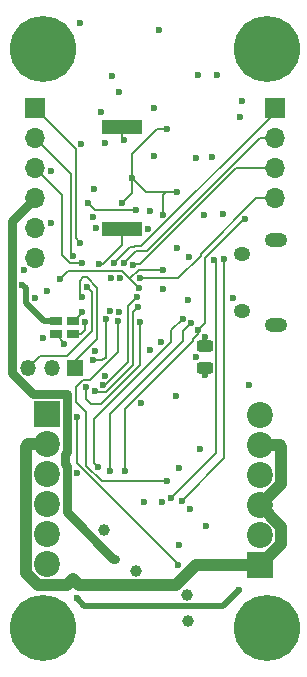
<source format=gbr>
%TF.GenerationSoftware,KiCad,Pcbnew,(7.0.0)*%
%TF.CreationDate,2023-12-17T22:30:30-08:00*%
%TF.ProjectId,Lyrav3,4c797261-7633-42e6-9b69-6361645f7063,rev?*%
%TF.SameCoordinates,Original*%
%TF.FileFunction,Copper,L1,Top*%
%TF.FilePolarity,Positive*%
%FSLAX46Y46*%
G04 Gerber Fmt 4.6, Leading zero omitted, Abs format (unit mm)*
G04 Created by KiCad (PCBNEW (7.0.0)) date 2023-12-17 22:30:30*
%MOMM*%
%LPD*%
G01*
G04 APERTURE LIST*
G04 Aperture macros list*
%AMRoundRect*
0 Rectangle with rounded corners*
0 $1 Rounding radius*
0 $2 $3 $4 $5 $6 $7 $8 $9 X,Y pos of 4 corners*
0 Add a 4 corners polygon primitive as box body*
4,1,4,$2,$3,$4,$5,$6,$7,$8,$9,$2,$3,0*
0 Add four circle primitives for the rounded corners*
1,1,$1+$1,$2,$3*
1,1,$1+$1,$4,$5*
1,1,$1+$1,$6,$7*
1,1,$1+$1,$8,$9*
0 Add four rect primitives between the rounded corners*
20,1,$1+$1,$2,$3,$4,$5,0*
20,1,$1+$1,$4,$5,$6,$7,0*
20,1,$1+$1,$6,$7,$8,$9,0*
20,1,$1+$1,$8,$9,$2,$3,0*%
G04 Aperture macros list end*
%TA.AperFunction,SMDPad,CuDef*%
%ADD10R,3.400000X1.300000*%
%TD*%
%TA.AperFunction,SMDPad,CuDef*%
%ADD11RoundRect,0.243750X0.456250X-0.243750X0.456250X0.243750X-0.456250X0.243750X-0.456250X-0.243750X0*%
%TD*%
%TA.AperFunction,ComponentPad*%
%ADD12C,5.600000*%
%TD*%
%TA.AperFunction,ComponentPad*%
%ADD13R,1.700000X1.700000*%
%TD*%
%TA.AperFunction,ComponentPad*%
%ADD14O,1.700000X1.700000*%
%TD*%
%TA.AperFunction,SMDPad,CuDef*%
%ADD15R,1.000000X0.800000*%
%TD*%
%TA.AperFunction,ComponentPad*%
%ADD16R,2.200000X2.200000*%
%TD*%
%TA.AperFunction,ComponentPad*%
%ADD17C,2.200000*%
%TD*%
%TA.AperFunction,ComponentPad*%
%ADD18R,1.350000X1.350000*%
%TD*%
%TA.AperFunction,ComponentPad*%
%ADD19O,1.350000X1.350000*%
%TD*%
%TA.AperFunction,ComponentPad*%
%ADD20O,1.400000X1.200000*%
%TD*%
%TA.AperFunction,ComponentPad*%
%ADD21O,1.900000X1.200000*%
%TD*%
%TA.AperFunction,ViaPad*%
%ADD22C,0.600000*%
%TD*%
%TA.AperFunction,ViaPad*%
%ADD23C,0.700000*%
%TD*%
%TA.AperFunction,ViaPad*%
%ADD24C,1.000000*%
%TD*%
%TA.AperFunction,Conductor*%
%ADD25C,0.200000*%
%TD*%
%TA.AperFunction,Conductor*%
%ADD26C,0.750000*%
%TD*%
%TA.AperFunction,Conductor*%
%ADD27C,0.300000*%
%TD*%
%TA.AperFunction,Conductor*%
%ADD28C,1.000000*%
%TD*%
%TA.AperFunction,Conductor*%
%ADD29C,0.500000*%
%TD*%
G04 APERTURE END LIST*
D10*
%TO.P,LS1,2,-*%
%TO.N,GND*%
X9693999Y45428999D03*
%TO.P,LS1,1,+*%
%TO.N,/BUZZER*%
X9693999Y36728999D03*
%TD*%
D11*
%TO.P,D2,1,K*%
%TO.N,GND*%
X16704400Y24996500D03*
%TO.P,D2,2,A*%
%TO.N,Net-(D2-A)*%
X16704400Y26871500D03*
%TD*%
D12*
%TO.P,H3,1,1*%
%TO.N,GND*%
X3000000Y3000000D03*
%TD*%
D13*
%TO.P,J8,1,Pin_1*%
%TO.N,/BRKOUT1*%
X22647999Y47015999D03*
D14*
%TO.P,J8,2,Pin_2*%
%TO.N,/BRKOUT2*%
X22647999Y44475999D03*
%TO.P,J8,3,Pin_3*%
%TO.N,/BRKOUT3*%
X22647999Y41935999D03*
%TO.P,J8,4,Pin_4*%
%TO.N,/BRKOUT4*%
X22647999Y39395999D03*
%TD*%
D12*
%TO.P,H1,1,1*%
%TO.N,GND*%
X3000000Y52000000D03*
%TD*%
%TO.P,H2,1,1*%
%TO.N,GND*%
X22000000Y52000000D03*
%TD*%
D15*
%TO.P,D4,1,A*%
%TO.N,Net-(D4-A)*%
X4078899Y28980199D03*
%TO.P,D4,2,RK*%
%TO.N,/LEDRED*%
X4078899Y27880199D03*
%TO.P,D4,3,GK*%
%TO.N,/LEDGREEN*%
X5578899Y27880199D03*
%TO.P,D4,4,BK*%
%TO.N,/LEDBLUE*%
X5578899Y28980199D03*
%TD*%
D12*
%TO.P,H4,1,1*%
%TO.N,GND*%
X22000000Y3000000D03*
%TD*%
D16*
%TO.P,J2,1,Pin_1*%
%TO.N,/P4-*%
X3343999Y21107999D03*
D17*
%TO.P,J2,2,Pin_2*%
%TO.N,+12P*%
X3344000Y18568000D03*
%TO.P,J2,3,Pin_3*%
%TO.N,+12V*%
X3344000Y16028000D03*
%TO.P,J2,4,Pin_4*%
%TO.N,+BATT*%
X3344000Y13488000D03*
%TO.P,J2,5,Pin_5*%
%TO.N,GND*%
X3344000Y10948000D03*
%TO.P,J2,6,Pin_6*%
%TO.N,+BATT*%
X3344000Y8408000D03*
%TD*%
D16*
%TO.P,J9,1,Pin_1*%
%TO.N,+12P*%
X21377999Y8280999D03*
D17*
%TO.P,J9,2,Pin_2*%
%TO.N,/P1-*%
X21378000Y10821000D03*
%TO.P,J9,3,Pin_3*%
%TO.N,+12P*%
X21378000Y13361000D03*
%TO.P,J9,4,Pin_4*%
%TO.N,/P2-*%
X21378000Y15901000D03*
%TO.P,J9,5,Pin_5*%
%TO.N,+12P*%
X21378000Y18441000D03*
%TO.P,J9,6,Pin_6*%
%TO.N,/P3-*%
X21378000Y20981000D03*
%TD*%
D13*
%TO.P,J6,1,Pin_1*%
%TO.N,/BRKOUT7*%
X2327999Y47025999D03*
D14*
%TO.P,J6,2,Pin_2*%
%TO.N,/BRKOUT6*%
X2327999Y44485999D03*
%TO.P,J6,3,Pin_3*%
%TO.N,/BRKOUT5*%
X2327999Y41945999D03*
%TO.P,J6,4,Pin_4*%
%TO.N,+12VA*%
X2327999Y39405999D03*
%TO.P,J6,5,Pin_5*%
%TO.N,+3V3*%
X2327999Y36865999D03*
%TO.P,J6,6,Pin_6*%
%TO.N,GND*%
X2327999Y34325999D03*
%TD*%
D18*
%TO.P,J5,1,Pin_1*%
%TO.N,/SWCLK*%
X5750399Y24994199D03*
D19*
%TO.P,J5,2,Pin_2*%
%TO.N,GND*%
X3750399Y24994199D03*
%TO.P,J5,3,Pin_3*%
%TO.N,/SWD*%
X1750399Y24994199D03*
%TD*%
D20*
%TO.P,J7,6,Shield*%
%TO.N,unconnected-(J7-Shield-Pad6)*%
X19826399Y29838599D03*
%TO.P,J7,7*%
%TO.N,N/C*%
X19826399Y34678599D03*
D21*
%TO.P,J7,8*%
X22726399Y35858599D03*
%TO.P,J7,9*%
X22726399Y28658599D03*
%TD*%
D22*
%TO.N,/BATT SENSE *%
X6849200Y38964200D03*
X10913200Y38354600D03*
%TO.N,/SWD*%
X6718098Y31852200D03*
%TO.N,/SWCLK*%
X6341200Y31039400D03*
%TO.N,+1V1*%
X4451610Y32524436D03*
X13199200Y33325400D03*
X11156011Y31797270D03*
%TO.N,/QSPI_SS*%
X20108000Y37592600D03*
%TO.N,/I2C1 SDA*%
X13148400Y37948200D03*
X17493683Y34181260D03*
%TO.N,/I2C1 SCL*%
X18380800Y34239800D03*
%TO.N,/P1 EN *%
X5934800Y20879400D03*
X7222569Y25683528D03*
X8328977Y29122807D03*
%TO.N,/P2 EN *%
X9338400Y28956600D03*
X13554800Y15393000D03*
%TO.N,/QSPI_SS*%
X9948000Y16256600D03*
X16145600Y28194600D03*
%TO.N,/QSPI_SD1*%
X8678000Y16256600D03*
X15553968Y28796481D03*
%TO.N,/QSPI_SD2*%
X7649483Y16615120D03*
X14839587Y29155457D03*
%TO.N,/QSPI_SDO*%
X11218000Y28905800D03*
X6664728Y23385899D03*
%TO.N,/QSPI_SCLK*%
X11063903Y30195362D03*
X7457081Y23087491D03*
%TO.N,/QSPI_SD3*%
X8101908Y23560146D03*
X10964000Y30988598D03*
D23*
%TO.N,+12VA*%
X9084400Y8839800D03*
D22*
%TO.N,/P1 EN *%
X14418400Y8358200D03*
%TO.N,/I2C1 SCL*%
X14774000Y13767400D03*
%TO.N,/I2C1 SDA*%
X13859600Y13985500D03*
%TO.N,+3V3*%
X13130386Y13657702D03*
%TO.N,GND*%
X16806000Y11620800D03*
X14520000Y10008200D03*
%TO.N,+12V*%
X5884000Y5487000D03*
X19600000Y6198200D03*
D24*
%TO.N,+12P*%
X5599666Y7114130D03*
D22*
%TO.N,/BRKOUT5*%
X6341200Y33874100D03*
%TO.N,/BRKOUT6*%
X5596358Y34473600D03*
%TO.N,/BRKOUT7*%
X6166231Y35578405D03*
%TO.N,/BUZZER*%
X7763600Y33833400D03*
%TO.N,/BRKOUT1*%
X9032807Y33878600D03*
%TO.N,/BRKOUT2*%
X9862179Y33844330D03*
%TO.N,+3V3*%
X13148400Y31726899D03*
%TO.N,/BRKOUT3*%
X10643786Y33676116D03*
%TO.N,/BRKOUT4*%
X11268828Y32588772D03*
%TO.N,GND*%
X9846400Y44298200D03*
X9490800Y48355800D03*
%TO.N,/I2C1 SDA*%
X14373632Y39919655D03*
%TO.N,+3V3*%
X12386400Y42938800D03*
%TO.N,/I2C1 SDA*%
X9714200Y38954100D03*
X10557600Y41097800D03*
X13504000Y45212600D03*
%TO.N,GND*%
X9436414Y29750072D03*
X8663771Y29848836D03*
X9511379Y32594079D03*
X8740913Y32624300D03*
%TO.N,/LEDRED*%
X4836301Y27043568D03*
%TO.N,/LEDGREEN*%
X6578402Y28877600D03*
%TO.N,/LEDBLUE*%
X6281812Y29734355D03*
%TO.N,GND*%
X16298000Y18124000D03*
X14570800Y16535000D03*
%TO.N,+3V3*%
X15485200Y13083000D03*
X3366100Y31547400D03*
X2988400Y27540700D03*
%TO.N,GND*%
X2315500Y30887000D03*
%TO.N,Net-(D4-A)*%
X1261200Y32055400D03*
%TO.N,+3V3*%
X1420143Y33327525D03*
D24*
X15332800Y3582000D03*
D22*
%TO.N,GND*%
X11550500Y13689447D03*
X20452942Y23531658D03*
X5919094Y16084884D03*
D24*
X15172019Y5814975D03*
X10926555Y7804100D03*
X8170000Y11255100D03*
D22*
X8227176Y24349774D03*
%TO.N,+3V3*%
X11282911Y22026889D03*
%TO.N,GND*%
X14263520Y22586324D03*
%TO.N,Net-(D2-A)*%
X16709007Y27583325D03*
%TO.N,GND*%
X16755200Y24384600D03*
%TO.N,+3V3*%
X15981445Y25934000D03*
%TO.N,GND*%
X12996000Y27229400D03*
X19092000Y30887000D03*
X15257200Y30734600D03*
X15345800Y34392200D03*
X12065530Y38284848D03*
X7262885Y37788015D03*
X3659400Y37272287D03*
X7328500Y40132600D03*
%TO.N,+3V3*%
X8271600Y44025498D03*
X3684022Y41637156D03*
%TO.N,GND*%
X6241425Y43955746D03*
%TO.N,+3V3*%
X19740520Y46240480D03*
%TO.N,GND*%
X19904800Y47600200D03*
%TO.N,+3V3*%
X17771200Y49784600D03*
%TO.N,GND*%
X16145600Y49835400D03*
X12843600Y53620000D03*
%TO.N,+3V3*%
X6188800Y54204200D03*
X8830400Y49705100D03*
X7966800Y46685800D03*
%TO.N,GND*%
X12437200Y47041400D03*
%TO.N,+3V3*%
X17302789Y42848812D03*
%TO.N,GND*%
X15993200Y42786801D03*
%TO.N,+3V3*%
X16631500Y37948200D03*
%TO.N,GND*%
X18228400Y37999000D03*
%TO.N,+3V3*%
X7482866Y36847306D03*
X14396300Y35154200D03*
X11910157Y36744980D03*
X7452788Y26449168D03*
X12059500Y26518200D03*
%TD*%
D25*
%TO.N,/BATT SENSE *%
X7458800Y38354600D02*
X6849200Y38964200D01*
X10913200Y38354600D02*
X7458800Y38354600D01*
%TO.N,/I2C1 SDA*%
X10557600Y41097800D02*
X10557600Y39797500D01*
X10557600Y39797500D02*
X9714200Y38954100D01*
%TO.N,/BUZZER*%
X9694000Y35408200D02*
X9694000Y36729000D01*
X8119200Y33833400D02*
X9694000Y35408200D01*
X7763600Y33833400D02*
X8119200Y33833400D01*
%TO.N,/SWD*%
X2766400Y26010200D02*
X1750400Y24994200D01*
X7178402Y28117402D02*
X5071200Y26010200D01*
X7178402Y31391896D02*
X7178402Y28117402D01*
X6718098Y31852200D02*
X7178402Y31391896D01*
X5071200Y26010200D02*
X2766400Y26010200D01*
%TO.N,/SWCLK*%
X5750400Y25622600D02*
X5750400Y24994200D01*
X7611200Y31807627D02*
X7611200Y27483400D01*
X6392000Y32665000D02*
X6753827Y32665000D01*
X7611200Y27483400D02*
X5750400Y25622600D01*
X6118098Y32391098D02*
X6392000Y32665000D01*
X6118098Y31262502D02*
X6118098Y32391098D01*
X6341200Y31039400D02*
X6118098Y31262502D01*
X6753827Y32665000D02*
X7611200Y31807627D01*
%TO.N,+1V1*%
X5150974Y33223800D02*
X9729481Y33223800D01*
X9729481Y33223800D02*
X10405200Y32548081D01*
X4451610Y32524436D02*
X5150974Y33223800D01*
%TO.N,/BRKOUT5*%
X4664800Y39609200D02*
X4664800Y34543893D01*
X2328000Y41946000D02*
X4664800Y39609200D01*
X5334593Y33874100D02*
X6341200Y33874100D01*
X4664800Y34543893D02*
X5334593Y33874100D01*
%TO.N,+1V1*%
X10405200Y32548081D02*
X11156011Y31797270D01*
X10405200Y32589708D02*
X10405200Y32548081D01*
X11140892Y33325400D02*
X10405200Y32589708D01*
X13199200Y33325400D02*
X11140892Y33325400D01*
%TO.N,/BRKOUT1*%
X10410007Y35255800D02*
X9032807Y33878600D01*
X10708669Y35255800D02*
X10410007Y35255800D01*
X11354622Y35306600D02*
X10759469Y35306600D01*
X22648000Y46599978D02*
X11354622Y35306600D01*
%TO.N,/BRKOUT2*%
X10924948Y34907099D02*
X9862179Y33844330D01*
X21358780Y44476000D02*
X11789879Y34907099D01*
X22648000Y44476000D02*
X21358780Y44476000D01*
%TO.N,/BRKOUT3*%
X11223461Y33775701D02*
X10743371Y33775701D01*
X22648000Y41936000D02*
X19383760Y41936000D01*
X10743371Y33775701D02*
X10643786Y33676116D01*
%TO.N,/BRKOUT4*%
X16355699Y34456079D02*
X14488392Y32588772D01*
X16355699Y34688121D02*
X16355699Y34456079D01*
X21063578Y39396000D02*
X16355699Y34688121D01*
%TO.N,/BRKOUT1*%
X10759469Y35306600D02*
X10708669Y35255800D01*
%TO.N,/BRKOUT4*%
X14488392Y32588772D02*
X11268828Y32588772D01*
%TO.N,/BRKOUT1*%
X22648000Y47016000D02*
X22648000Y46599978D01*
%TO.N,/BRKOUT4*%
X22648000Y39396000D02*
X21063578Y39396000D01*
%TO.N,/BRKOUT3*%
X19383760Y41936000D02*
X11223461Y33775701D01*
%TO.N,/BRKOUT2*%
X11789879Y34907099D02*
X10924948Y34907099D01*
%TO.N,/QSPI_SCLK*%
X10618500Y29749959D02*
X11063903Y30195362D01*
X8350230Y22960646D02*
X10618500Y25228916D01*
X7583926Y22960646D02*
X8350230Y22960646D01*
X7457081Y23087491D02*
X7583926Y22960646D01*
%TO.N,/QSPI_SD3*%
X10218999Y30243597D02*
X10964000Y30988598D01*
%TO.N,/QSPI_SCLK*%
X10618500Y25228916D02*
X10618500Y29749959D01*
%TO.N,/QSPI_SD3*%
X10218999Y25493775D02*
X10218999Y30243597D01*
X8285370Y23560146D02*
X10218999Y25493775D01*
X8101908Y23560146D02*
X8285370Y23560146D01*
%TO.N,/QSPI_SDO*%
X11218000Y25263436D02*
X11218000Y28905800D01*
X7900764Y21946200D02*
X11218000Y25263436D01*
X6664728Y22333872D02*
X7052400Y21946200D01*
X6664728Y23385899D02*
X6664728Y22333872D01*
X7052400Y21946200D02*
X7900764Y21946200D01*
%TO.N,/QSPI_SS*%
X16755200Y34290600D02*
X20057200Y37592600D01*
X20057200Y37592600D02*
X20108000Y37592600D01*
%TO.N,/I2C1 SDA*%
X17704400Y33970543D02*
X17493683Y34181260D01*
X17704400Y17830300D02*
X17704400Y33970543D01*
X13859600Y13985500D02*
X17704400Y17830300D01*
%TO.N,/QSPI_SS*%
X16755200Y28804200D02*
X16755200Y34290600D01*
X16145600Y28194600D02*
X16755200Y28804200D01*
%TO.N,/I2C1 SDA*%
X11735745Y39919655D02*
X14373632Y39919655D01*
X10557600Y41097800D02*
X11735745Y39919655D01*
X13392655Y39919655D02*
X14373632Y39919655D01*
X13148400Y39675400D02*
X13392655Y39919655D01*
X13148400Y37948200D02*
X13148400Y39675400D01*
%TO.N,/I2C1 SCL*%
X18380800Y17374200D02*
X14774000Y13767400D01*
X18380800Y34239800D02*
X18380800Y17374200D01*
%TO.N,/P1 EN *%
X5934800Y16917000D02*
X14418400Y8433400D01*
%TO.N,/QSPI_SD2*%
X7325976Y16938627D02*
X7649483Y16615120D01*
X13858087Y27227887D02*
X7325976Y20695776D01*
%TO.N,/P2 EN *%
X7014679Y23985099D02*
X9338400Y26308820D01*
X6683721Y23985099D02*
X7014679Y23985099D01*
%TO.N,/QSPI_SD2*%
X13858087Y28173957D02*
X13858087Y27227887D01*
%TO.N,/P2 EN *%
X13554800Y15393000D02*
X8023780Y15393000D01*
X6696800Y16719980D02*
X6696800Y21235000D01*
X6433000Y24019200D02*
X6649620Y24019200D01*
X5782400Y23368600D02*
X6433000Y24019200D01*
D26*
%TO.N,+12VA*%
X375000Y37453000D02*
X2328000Y39406000D01*
X2193833Y22783000D02*
X375000Y24601833D01*
X4853900Y17704388D02*
X5019000Y17869488D01*
X4853900Y16840812D02*
X4853900Y17704388D01*
X5019000Y22783000D02*
X2193833Y22783000D01*
D25*
%TO.N,/P2 EN *%
X6649620Y24019200D02*
X6683721Y23985099D01*
D26*
%TO.N,+12VA*%
X5019000Y16675712D02*
X4853900Y16840812D01*
X5019000Y12794192D02*
X5019000Y16675712D01*
X5019000Y17869488D02*
X5019000Y22783000D01*
X8973392Y8839800D02*
X5019000Y12794192D01*
D25*
%TO.N,/QSPI_SD2*%
X14839587Y29155457D02*
X13858087Y28173957D01*
D26*
%TO.N,+12VA*%
X9084400Y8839800D02*
X8973392Y8839800D01*
D25*
%TO.N,/P2 EN *%
X9338400Y26308820D02*
X9338400Y28956600D01*
X6696800Y21235000D02*
X5782400Y22149400D01*
%TO.N,/QSPI_SD2*%
X7325976Y20695776D02*
X7325976Y16938627D01*
%TO.N,/P1 EN *%
X14418400Y8433400D02*
X14418400Y8358200D01*
%TO.N,/P2 EN *%
X8023780Y15393000D02*
X6696800Y16719980D01*
%TO.N,/P1 EN *%
X8046528Y25683528D02*
X7222569Y25683528D01*
X8228083Y25865083D02*
X8046528Y25683528D01*
X5934800Y20879400D02*
X5934800Y16917000D01*
D26*
%TO.N,+12VA*%
X375000Y24601833D02*
X375000Y37453000D01*
D25*
%TO.N,/P2 EN *%
X5782400Y22149400D02*
X5782400Y23368600D01*
%TO.N,/P1 EN *%
X8328977Y25865083D02*
X8228083Y25865083D01*
X8328977Y29122807D02*
X8328977Y26322283D01*
X8328977Y26322283D02*
X8328977Y25865083D01*
%TO.N,/QSPI_SD1*%
X14863020Y27267620D02*
X14863020Y28105533D01*
X8678000Y21082600D02*
X14863020Y27267620D01*
X14863020Y28105533D02*
X15553968Y28796481D01*
X8678000Y16256600D02*
X8678000Y21082600D01*
%TO.N,/QSPI_SS*%
X9948000Y21539800D02*
X9948000Y16256600D01*
X15704400Y27296200D02*
X9948000Y21539800D01*
D27*
%TO.N,Net-(D2-A)*%
X16704400Y26871500D02*
X16704400Y27578718D01*
D25*
%TO.N,/QSPI_SS*%
X16145600Y27868447D02*
X15704400Y27427247D01*
X15704400Y27427247D02*
X15704400Y27296200D01*
D27*
%TO.N,Net-(D2-A)*%
X16704400Y27578718D02*
X16709007Y27583325D01*
D25*
%TO.N,/QSPI_SS*%
X16145600Y28194600D02*
X16145600Y27868447D01*
%TO.N,/BRKOUT6*%
X5376000Y41438000D02*
X5376000Y34693958D01*
X2328000Y44486000D02*
X5376000Y41438000D01*
X5376000Y34693958D02*
X5596358Y34473600D01*
D28*
%TO.N,+12P*%
X5093536Y6608000D02*
X5599666Y7114130D01*
X2598415Y6608000D02*
X5093536Y6608000D01*
X1544000Y18323634D02*
X1544000Y7662415D01*
X1788366Y18568000D02*
X1544000Y18323634D01*
X3344000Y18568000D02*
X1788366Y18568000D01*
X6109196Y6604600D02*
X5599666Y7114130D01*
X14265294Y6604600D02*
X6109196Y6604600D01*
X15941694Y8281000D02*
X14265294Y6604600D01*
X1544000Y7662415D02*
X2598415Y6608000D01*
X20057200Y8281000D02*
X15941694Y8281000D01*
D29*
%TO.N,+12V*%
X6506025Y4864975D02*
X5884000Y5487000D01*
X19600000Y6198200D02*
X18266775Y4864975D01*
X18266775Y4864975D02*
X6506025Y4864975D01*
D28*
%TO.N,+12P*%
X23178000Y15155415D02*
X23178000Y18317400D01*
X23178000Y18317400D02*
X23054400Y18441000D01*
X21383585Y13361000D02*
X23178000Y15155415D01*
X23054400Y18441000D02*
X21378000Y18441000D01*
X21378000Y13361000D02*
X21383585Y13361000D01*
X23178000Y11566585D02*
X21383585Y13361000D01*
X23178000Y10075415D02*
X23178000Y11566585D01*
X21383585Y8281000D02*
X23178000Y10075415D01*
X20057200Y8281000D02*
X21378000Y8281000D01*
X20057200Y8281000D02*
X21383585Y8281000D01*
D29*
%TO.N,Net-(D4-A)*%
X1566000Y30480600D02*
X1566000Y31750600D01*
X1566000Y31750600D02*
X1261200Y32055400D01*
X3066400Y28980200D02*
X1566000Y30480600D01*
X4078900Y28980200D02*
X3066400Y28980200D01*
D25*
%TO.N,/BRKOUT7*%
X5775501Y43578499D02*
X2328000Y47026000D01*
X5775501Y35969135D02*
X5775501Y43578499D01*
X6166231Y35578405D02*
X5775501Y35969135D01*
%TO.N,GND*%
X9694000Y44450600D02*
X9846400Y44298200D01*
X9694000Y45175000D02*
X9694000Y44450600D01*
%TO.N,/I2C1 SDA*%
X10557600Y43079000D02*
X10557600Y41097800D01*
X12691200Y45212600D02*
X10557600Y43079000D01*
X13504000Y45212600D02*
X12691200Y45212600D01*
%TO.N,/LEDRED*%
X4836301Y27122799D02*
X4078900Y27880200D01*
X4836301Y27043568D02*
X4836301Y27122799D01*
%TO.N,/LEDGREEN*%
X6578402Y28877600D02*
X6578402Y28179702D01*
X6278900Y27880200D02*
X5578900Y27880200D01*
X6578402Y28179702D02*
X6278900Y27880200D01*
%TO.N,/LEDBLUE*%
X6281812Y29683112D02*
X5578900Y28980200D01*
X6281812Y29734355D02*
X6281812Y29683112D01*
D27*
%TO.N,GND*%
X16704400Y24435400D02*
X16755200Y24384600D01*
X16704400Y24996500D02*
X16704400Y24435400D01*
%TD*%
M02*

</source>
